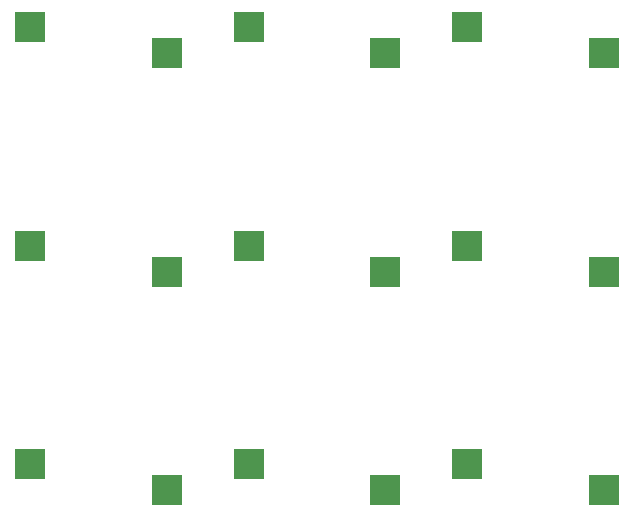
<source format=gbr>
G04 #@! TF.GenerationSoftware,KiCad,Pcbnew,(5.0.0-3-g5ebb6b6)*
G04 #@! TF.CreationDate,2019-02-07T22:00:29-08:00*
G04 #@! TF.ProjectId,arrowPad,6172726F775061642E6B696361645F70,rev?*
G04 #@! TF.SameCoordinates,Original*
G04 #@! TF.FileFunction,Paste,Bot*
G04 #@! TF.FilePolarity,Positive*
%FSLAX46Y46*%
G04 Gerber Fmt 4.6, Leading zero omitted, Abs format (unit mm)*
G04 Created by KiCad (PCBNEW (5.0.0-3-g5ebb6b6)) date Thursday, February 07, 2019 at 10:00:29 PM*
%MOMM*%
%LPD*%
G01*
G04 APERTURE LIST*
%ADD10R,2.600000X2.600000*%
G04 APERTURE END LIST*
D10*
G04 #@! TO.C,K1*
X43725000Y-96250000D03*
X55275000Y-98450000D03*
G04 #@! TD*
G04 #@! TO.C,K2*
X73775000Y-98450000D03*
X62225000Y-96250000D03*
G04 #@! TD*
G04 #@! TO.C,K3*
X80725000Y-96250000D03*
X92275000Y-98450000D03*
G04 #@! TD*
G04 #@! TO.C,K4*
X55275000Y-116950000D03*
X43725000Y-114750000D03*
G04 #@! TD*
G04 #@! TO.C,K5*
X62225000Y-114750000D03*
X73775000Y-116950000D03*
G04 #@! TD*
G04 #@! TO.C,K6*
X92275000Y-116950000D03*
X80725000Y-114750000D03*
G04 #@! TD*
G04 #@! TO.C,K7*
X43725000Y-133250000D03*
X55275000Y-135450000D03*
G04 #@! TD*
G04 #@! TO.C,K8*
X73775000Y-135450000D03*
X62225000Y-133250000D03*
G04 #@! TD*
G04 #@! TO.C,K9*
X80725000Y-133250000D03*
X92275000Y-135450000D03*
G04 #@! TD*
M02*

</source>
